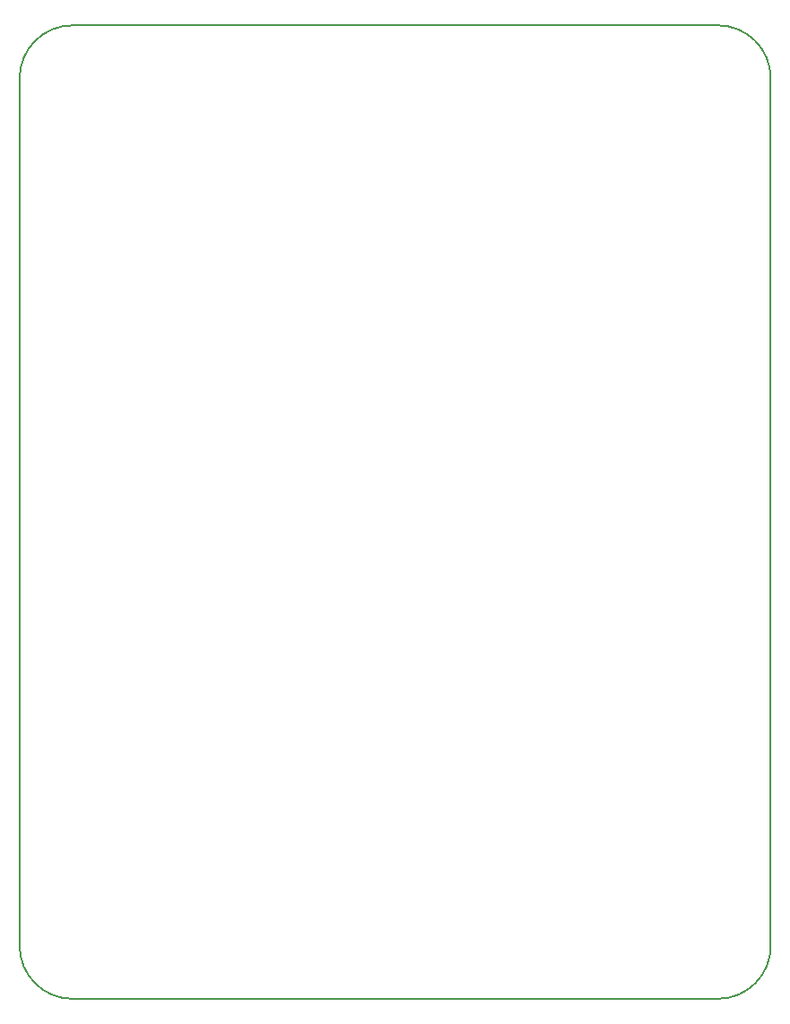
<source format=gm1>
G04 #@! TF.GenerationSoftware,KiCad,Pcbnew,(5.1.2)-1*
G04 #@! TF.CreationDate,2019-11-10T18:16:18+09:00*
G04 #@! TF.ProjectId,Inverter,496e7665-7274-4657-922e-6b696361645f,rev?*
G04 #@! TF.SameCoordinates,PX5731c70PY93d1cc0*
G04 #@! TF.FileFunction,Profile,NP*
%FSLAX46Y46*%
G04 Gerber Fmt 4.6, Leading zero omitted, Abs format (unit mm)*
G04 Created by KiCad (PCBNEW (5.1.2)-1) date 2019-11-10 18:16:18*
%MOMM*%
%LPD*%
G04 APERTURE LIST*
%ADD10C,0.150000*%
G04 APERTURE END LIST*
D10*
X71000000Y5000000D02*
X71000000Y87000000D01*
X71000000Y5000000D02*
G75*
G02X66000000Y0I-5000000J0D01*
G01*
X5000000Y0D02*
G75*
G02X0Y5000000I0J5000000D01*
G01*
X0Y87000000D02*
G75*
G02X5000000Y92000000I5000000J0D01*
G01*
X66000000Y92000000D02*
G75*
G02X71000000Y87000000I0J-5000000D01*
G01*
X0Y87000000D02*
X0Y5000000D01*
X66000000Y92000000D02*
X5000000Y92000000D01*
X5000000Y0D02*
X66000000Y0D01*
M02*

</source>
